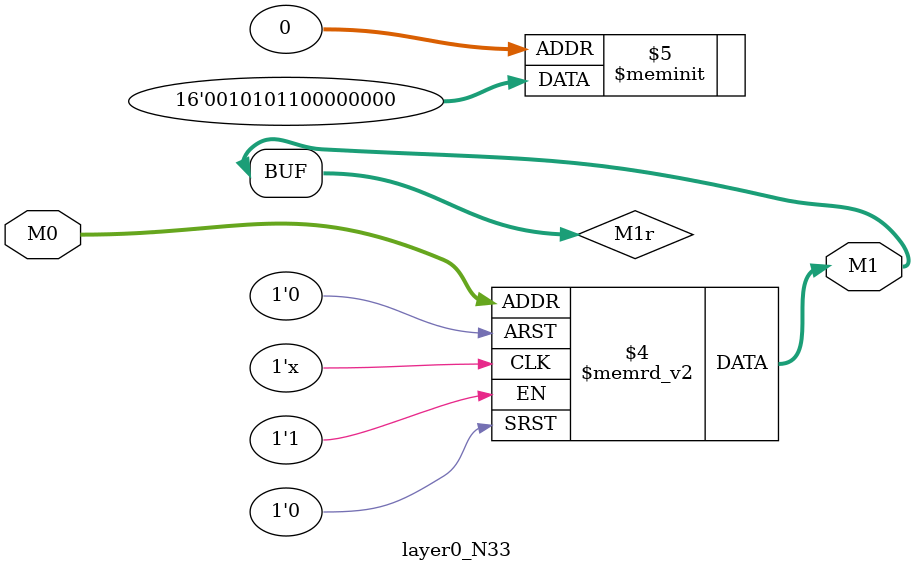
<source format=v>
module layer0_N33 ( input [2:0] M0, output [1:0] M1 );

	(*rom_style = "distributed" *) reg [1:0] M1r;
	assign M1 = M1r;
	always @ (M0) begin
		case (M0)
			3'b000: M1r = 2'b00;
			3'b100: M1r = 2'b11;
			3'b010: M1r = 2'b00;
			3'b110: M1r = 2'b10;
			3'b001: M1r = 2'b00;
			3'b101: M1r = 2'b10;
			3'b011: M1r = 2'b00;
			3'b111: M1r = 2'b00;

		endcase
	end
endmodule

</source>
